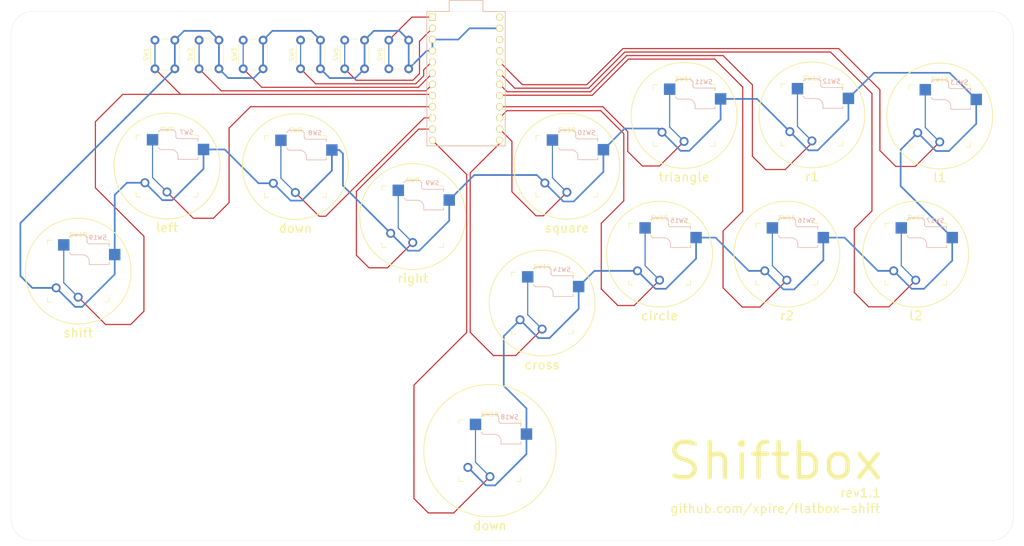
<source format=kicad_pcb>
(kicad_pcb (version 20211014) (generator pcbnew)
  (layers (0 "F.Cu" signal) (31 "B.Cu" signal) (34 "B.Paste" user) (35 "F.Paste" user) (36 "B.SilkS" user "B.Silkscreen") (37 "F.SilkS" user "F.Silkscreen") (38 "B.Mask" user) (39 "F.Mask" user) (44 "Edge.Cuts" user))
  (net 0 "")
  (net 1 "GND")
  (net 2 "LEFT")
  (net 3 "DOWN")
  (net 4 "RIGHT")
  (net 5 "UP")
  (net 6 "L1")
  (net 7 "R1")
  (net 8 "TRIANGLE")
  (net 9 "SQUARE")
  (net 10 "CIRCLE")
  (net 11 "CROSS")
  (net 12 "R2")
  (net 13 "L2")
  (net 17 "OPT1")
  (net 18 "OPT2")
  (net 19 "OPT3")
  (net 20 "OPT4")
  (net 21 "OPT5")
  (net 22 "OPT6")
  (footprint "Kailh:Kailh_socket_PG1350_optional" (layer "F.Cu") (at 87.32 65.17)
    (fp_text reference "SW8" (at 0 -8.255) (layer "F.SilkS"))
    (fp_text value "SW_Push")
    (fp_text user "${REFERENCE}" (at 4.445 -7.62) (layer "B.SilkS") (effects (justify mirror)))
    (pad "" np_thru_hole circle locked (at 0 0) (size 3.429 3.429) (drill 3.429) (layers *.Cu *.Mask))
    (pad "" np_thru_hole circle locked (at 5.5 0) (size 1.7018 1.7018) (drill 1.7018) (layers *.Cu *.Mask))
    (pad "" np_thru_hole circle locked (at 0 -5.95) (size 3 3) (drill 3) (layers *.Cu *.Mask))
    (pad "" np_thru_hole circle locked (at 5 -3.75) (size 3 3) (drill 3) (layers *.Cu *.Mask))
    (pad "" np_thru_hole circle locked (at -5.5 0) (size 1.7018 1.7018) (drill 1.7018) (layers *.Cu *.Mask))
    (pad "1" smd rect locked (at -3.275 -5.95) (size 2.6 2.6) (layers "B.Cu" "B.Paste" "B.Mask") (net 3 "DOWN"))
    (pad "1" thru_hole circle locked (at 0 5.9) (size 2.032 2.032) (drill 1.27) (layers *.Cu *.Mask) (net 3 "DOWN"))
    (pad "2" thru_hole circle locked (at -5 3.8) (size 2.032 2.032) (drill 1.27) (layers *.Cu *.Mask) (net 1 "GND"))
    (pad "2" smd rect locked (at 8.275 -3.75) (size 2.6 2.6) (layers "B.Cu" "B.Paste" "B.Mask") (net 1 "GND"))
  )
  (footprint "Kailh:Kailh_socket_PG1350_optional" (layer "F.Cu") (at 113.92 76.52)
    (fp_text reference "SW9" (at 0 -8.255) (layer "F.SilkS"))
    (fp_text value "SW_Push")
    (fp_text user "${REFERENCE}" (at 4.445 -7.62) (layer "B.SilkS") (effects (justify mirror)))
    (pad "" np_thru_hole circle locked (at 5 -3.75) (size 3 3) (drill 3) (layers *.Cu *.Mask))
    (pad "" np_thru_hole circle locked (at 0 0) (size 3.429 3.429) (drill 3.429) (layers *.Cu *.Mask))
    (pad "" np_thru_hole circle locked (at -5.5 0) (size 1.7018 1.7018) (drill 1.7018) (layers *.Cu *.Mask))
    (pad "" np_thru_hole circle locked (at 0 -5.95) (size 3 3) (drill 3) (layers *.Cu *.Mask))
    (pad "" np_thru_hole circle locked (at 5.5 0) (size 1.7018 1.7018) (drill 1.7018) (layers *.Cu *.Mask))
    (pad "1" thru_hole circle locked (at 0 5.9) (size 2.032 2.032) (drill 1.27) (layers *.Cu *.Mask) (net 4 "RIGHT"))
    (pad "1" smd rect locked (at -3.275 -5.95) (size 2.6 2.6) (layers "B.Cu" "B.Paste" "B.Mask") (net 4 "RIGHT"))
    (pad "2" thru_hole circle locked (at -5 3.8) (size 2.032 2.032) (drill 1.27) (layers *.Cu *.Mask) (net 1 "GND"))
    (pad "2" smd rect locked (at 8.275 -3.75) (size 2.6 2.6) (layers "B.Cu" "B.Paste" "B.Mask") (net 1 "GND"))
  )
  (footprint "Kailh:Kailh_socket_PG1350_optional" (layer "F.Cu") (at 131.42 129.62)
    (fp_text reference "SW18" (at 0 -8.255) (layer "F.SilkS"))
    (fp_text value "SW_Push")
    (fp_text user "${REFERENCE}" (at 4.445 -7.62) (layer "B.SilkS") (effects (justify mirror)))
    (pad "" np_thru_hole circle locked (at 0 0) (size 3.429 3.429) (drill 3.429) (layers *.Cu *.Mask))
    (pad "" np_thru_hole circle locked (at 5 -3.75) (size 3 3) (drill 3) (layers *.Cu *.Mask))
    (pad "" np_thru_hole circle locked (at -5.5 0) (size 1.7018 1.7018) (drill 1.7018) (layers *.Cu *.Mask))
    (pad "" np_thru_hole circle locked (at 5.5 0) (size 1.7018 1.7018) (drill 1.7018) (layers *.Cu *.Mask))
    (pad "" np_thru_hole circle locked (at 0 -5.95) (size 3 3) (drill 3) (layers *.Cu *.Mask))
    (pad "1" smd rect locked (at -3.275 -5.95) (size 2.6 2.6) (layers "B.Cu" "B.Paste" "B.Mask") (net 5 "UP"))
    (pad "1" thru_hole circle locked (at 0 5.9) (size 2.032 2.032) (drill 1.27) (layers *.Cu *.Mask) (net 5 "UP"))
    (pad "2" smd rect locked (at 8.275 -3.75) (size 2.6 2.6) (layers "B.Cu" "B.Paste" "B.Mask") (net 1 "GND"))
    (pad "2" thru_hole circle locked (at -5 3.8) (size 2.032 2.032) (drill 1.27) (layers *.Cu *.Mask) (net 1 "GND"))
  )
  (footprint "Kailh:Kailh_socket_PG1350_optional" (layer "F.Cu") (at 148.86 65.11)
    (fp_text reference "SW10" (at 0 -8.255) (layer "F.SilkS"))
    (fp_text value "SW_Push")
    (fp_text user "${REFERENCE}" (at 4.445 -7.62) (layer "B.SilkS") (effects (justify mirror)))
    (pad "" np_thru_hole circle locked (at -5.5 0) (size 1.7018 1.7018) (drill 1.7018) (layers *.Cu *.Mask))
    (pad "" np_thru_hole circle locked (at 5.5 0) (size 1.7018 1.7018) (drill 1.7018) (layers *.Cu *.Mask))
    (pad "" np_thru_hole circle locked (at 0 0) (size 3.429 3.429) (drill 3.429) (layers *.Cu *.Mask))
    (pad "" np_thru_hole circle locked (at 0 -5.95) (size 3 3) (drill 3) (layers *.Cu *.Mask))
    (pad "" np_thru_hole circle locked (at 5 -3.75) (size 3 3) (drill 3) (layers *.Cu *.Mask))
    (pad "1" thru_hole circle locked (at 0 5.9) (size 2.032 2.032) (drill 1.27) (layers *.Cu *.Mask) (net 9 "SQUARE"))
    (pad "1" smd rect locked (at -3.275 -5.95) (size 2.6 2.6) (layers "B.Cu" "B.Paste" "B.Mask") (net 9 "SQUARE"))
    (pad "2" thru_hole circle locked (at -5 3.8) (size 2.032 2.032) (drill 1.27) (layers *.Cu *.Mask) (net 1 "GND"))
    (pad "2" smd rect locked (at 8.275 -3.75) (size 2.6 2.6) (layers "B.Cu" "B.Paste" "B.Mask") (net 1 "GND"))
  )
  (footprint "Kailh:Kailh_socket_PG1350_optional" (layer "F.Cu") (at 175.42 53.58)
    (fp_text reference "SW11" (at 0 -8.255) (layer "F.SilkS"))
    (fp_text value "SW_Push")
    (fp_text user "${REFERENCE}" (at 4.445 -7.62) (layer "B.SilkS") (effects (justify mirror)))
    (pad "" np_thru_hole circle locked (at 5.5 0) (size 1.7018 1.7018) (drill 1.7018) (layers *.Cu *.Mask))
    (pad "" np_thru_hole circle locked (at -5.5 0) (size 1.7018 1.7018) (drill 1.7018) (layers *.Cu *.Mask))
    (pad "" np_thru_hole circle locked (at 0 -5.95) (size 3 3) (drill 3) (layers *.Cu *.Mask))
    (pad "" np_thru_hole circle locked (at 0 0) (size 3.429 3.429) (drill 3.429) (layers *.Cu *.Mask))
    (pad "" np_thru_hole circle locked (at 5 -3.75) (size 3 3) (drill 3) (layers *.Cu *.Mask))
    (pad "1" smd rect locked (at -3.275 -5.95) (size 2.6 2.6) (layers "B.Cu" "B.Paste" "B.Mask") (net 8 "TRIANGLE"))
    (pad "1" thru_hole circle locked (at 0 5.9) (size 2.032 2.032) (drill 1.27) (layers *.Cu *.Mask) (net 8 "TRIANGLE"))
    (pad "2" smd rect locked (at 8.275 -3.75) (size 2.6 2.6) (layers "B.Cu" "B.Paste" "B.Mask") (net 1 "GND"))
    (pad "2" thru_hole circle locked (at -5 3.8) (size 2.032 2.032) (drill 1.27) (layers *.Cu *.Mask) (net 1 "GND"))
  )
  (footprint "Kailh:Kailh_socket_PG1350_optional" (layer "F.Cu") (at 204.39 53.46)
    (fp_text reference "SW12" (at 0 -8.255) (layer "F.SilkS"))
    (fp_text value "SW_Push")
    (fp_text user "${REFERENCE}" (at 4.445 -7.62) (layer "B.SilkS") (effects (justify mirror)))
    (pad "" np_thru_hole circle locked (at 0 -5.95) (size 3 3) (drill 3) (layers *.Cu *.Mask))
    (pad "" np_thru_hole circle locked (at 5.5 0) (size 1.7018 1.7018) (drill 1.7018) (layers *.Cu *.Mask))
    (pad "" np_thru_hole circle locked (at 0 0) (size 3.429 3.429) (drill 3.429) (layers *.Cu *.Mask))
    (pad "" np_thru_hole circle locked (at -5.5 0) (size 1.7018 1.7018) (drill 1.7018) (layers *.Cu *.Mask))
    (pad "" np_thru_hole circle locked (at 5 -3.75) (size 3 3) (drill 3) (layers *.Cu *.Mask))
    (pad "1" thru_hole circle locked (at 0 5.9) (size 2.032 2.032) (drill 1.27) (layers *.Cu *.Mask) (net 7 "R1"))
    (pad "1" smd rect locked (at -3.275 -5.95) (size 2.6 2.6) (layers "B.Cu" "B.Paste" "B.Mask") (net 7 "R1"))
    (pad "2" thru_hole circle locked (at -5 3.8) (size 2.032 2.032) (drill 1.27) (layers *.Cu *.Mask) (net 1 "GND"))
    (pad "2" smd rect locked (at 8.275 -3.75) (size 2.6 2.6) (layers "B.Cu" "B.Paste" "B.Mask") (net 1 "GND"))
  )
  (footprint "Kailh:Kailh_socket_PG1350_optional" (layer "F.Cu") (at 233.36 53.7)
    (fp_text reference "SW13" (at 0 -8.255) (layer "F.SilkS"))
    (fp_text value "SW_Push")
    (fp_text user "${REFERENCE}" (at 4.445 -7.62) (layer "B.SilkS") (effects (justify mirror)))
    (pad "" np_thru_hole circle locked (at 5 -3.75) (size 3 3) (drill 3) (layers *.Cu *.Mask))
    (pad "" np_thru_hole circle locked (at 0 -5.95) (size 3 3) (drill 3) (layers *.Cu *.Mask))
    (pad "" np_thru_hole circle locked (at -5.5 0) (size 1.7018 1.7018) (drill 1.7018) (layers *.Cu *.Mask))
    (pad "" np_thru_hole circle locked (at 5.5 0) (size 1.7018 1.7018) (drill 1.7018) (layers *.Cu *.Mask))
    (pad "" np_thru_hole circle locked (at 0 0) (size 3.429 3.429) (drill 3.429) (layers *.Cu *.Mask))
    (pad "1" thru_hole circle locked (at 0 5.9) (size 2.032 2.032) (drill 1.27) (layers *.Cu *.Mask) (net 6 "L1"))
    (pad "1" smd rect locked (at -3.275 -5.95) (size 2.6 2.6) (layers "B.Cu" "B.Paste" "B.Mask") (net 6 "L1"))
    (pad "2" thru_hole circle locked (at -5 3.8) (size 2.032 2.032) (drill 1.27) (layers *.Cu *.Mask) (net 1 "GND"))
    (pad "2" smd rect locked (at 8.275 -3.75) (size 2.6 2.6) (layers "B.Cu" "B.Paste" "B.Mask") (net 1 "GND"))
  )
  (footprint "Kailh:Kailh_socket_PG1350_optional" (layer "F.Cu") (at 143.25 96.15)
    (fp_text reference "SW14" (at 0 -8.255) (layer "F.SilkS"))
    (fp_text value "SW_Push")
    (fp_text user "${REFERENCE}" (at 4.445 -7.62) (layer "B.SilkS") (effects (justify mirror)))
    (pad "" np_thru_hole circle locked (at 0 -5.95) (size 3 3) (drill 3) (layers *.Cu *.Mask))
    (pad "" np_thru_hole circle locked (at 5 -3.75) (size 3 3) (drill 3) (layers *.Cu *.Mask))
    (pad "" np_thru_hole circle locked (at 0 0) (size 3.429 3.429) (drill 3.429) (layers *.Cu *.Mask))
    (pad "" np_thru_hole circle locked (at -5.5 0) (size 1.7018 1.7018) (drill 1.7018) (layers *.Cu *.Mask))
    (pad "" np_thru_hole circle locked (at 5.5 0) (size 1.7018 1.7018) (drill 1.7018) (layers *.Cu *.Mask))
    (pad "1" smd rect locked (at -3.275 -5.95) (size 2.6 2.6) (layers "B.Cu" "B.Paste" "B.Mask") (net 11 "CROSS"))
    (pad "1" thru_hole circle locked (at 0 5.9) (size 2.032 2.032) (drill 1.27) (layers *.Cu *.Mask) (net 11 "CROSS"))
    (pad "2" thru_hole circle locked (at -5 3.8) (size 2.032 2.032) (drill 1.27) (layers *.Cu *.Mask) (net 1 "GND"))
    (pad "2" smd rect locked (at 8.275 -3.75) (size 2.6 2.6) (layers "B.Cu" "B.Paste" "B.Mask") (net 1 "GND"))
  )
  (footprint "Kailh:Kailh_socket_PG1350_optional" (layer "F.Cu") (at 169.86 85.04)
    (fp_text reference "SW15" (at 0 -8.255) (layer "F.SilkS"))
    (fp_text value "SW_Push")
    (fp_text user "${REFERENCE}" (at 4.445 -7.62) (layer "B.SilkS") (effects (justify mirror)))
    (pad "" np_thru_hole circle locked (at 0 0) (size 3.429 3.429) (drill 3.429) (layers *.Cu *.Mask))
    (pad "" np_thru_hole circle locked (at 5.5 0) (size 1.7018 1.7018) (drill 1.7018) (layers *.Cu *.Mask))
    (pad "" np_thru_hole circle locked (at -5.5 0) (size 1.7018 1.7018) (drill 1.7018) (layers *.Cu *.Mask))
    (pad "" np_thru_hole circle locked (at 5 -3.75) (size 3 3) (drill 3) (layers *.Cu *.Mask))
    (pad "" np_thru_hole circle locked (at 0 -5.95) (size 3 3) (drill 3) (layers *.Cu *.Mask))
    (pad "1" thru_hole circle locked (at 0 5.9) (size 2.032 2.032) (drill 1.27) (layers *.Cu *.Mask) (net 10 "CIRCLE"))
    (pad "1" smd rect locked (at -3.275 -5.95) (size 2.6 2.6) (layers "B.Cu" "B.Paste" "B.Mask") (net 10 "CIRCLE"))
    (pad "2" smd rect locked (at 8.275 -3.75) (size 2.6 2.6) (layers "B.Cu" "B.Paste" "B.Mask") (net 1 "GND"))
    (pad "2" thru_hole circle locked (at -5 3.8) (size 2.032 2.032) (drill 1.27) (layers *.Cu *.Mask) (net 1 "GND"))
  )
  (footprint "Kailh:Kailh_socket_PG1350_optional" (layer "F.Cu") (at 198.71 85.04)
    (fp_text reference "SW16" (at 0 -8.255) (layer "F.SilkS"))
    (fp_text value "SW_Push")
    (fp_text user "${REFERENCE}" (at 4.445 -7.62) (layer "B.SilkS") (effects (justify mirror)))
    (pad "" np_thru_hole circle locked (at 0 0) (size 3.429 3.429) (drill 3.429) (layers *.Cu *.Mask))
    (pad "" np_thru_hole circle locked (at 0 -5.95) (size 3 3) (drill 3) (layers *.Cu *.Mask))
    (pad "" np_thru_hole circle locked (at -5.5 0) (size 1.7018 1.7018) (drill 1.7018) (layers *.Cu *.Mask))
    (pad "" np_thru_hole circle locked (at 5 -3.75) (size 3 3) (drill 3) (layers *.Cu *.Mask))
    (pad "" np_thru_hole circle locked (at 5.5 0) (size 1.7018 1.7018) (drill 1.7018) (layers *.Cu *.Mask))
    (pad "1" thru_hole circle locked (at 0 5.9) (size 2.032 2.032) (drill 1.27) (layers *.Cu *.Mask) (net 12 "R2"))
    (pad "1" smd rect locked (at -3.275 -5.95) (size 2.6 2.6) (layers "B.Cu" "B.Paste" "B.Mask") (net 12 "R2"))
    (pad "2" smd rect locked (at 8.275 -3.75) (size 2.6 2.6) (layers "B.Cu" "B.Paste" "B.Mask") (net 1 "GND"))
    (pad "2" thru_hole circle locked (at -5 3.8) (size 2.032 2.032) (drill 1.27) (layers *.Cu *.Mask) (net 1 "GND"))
  )
  (footprint "Kailh:Kailh_socket_PG1350_optional" (layer "F.Cu") (at 227.92 85.04)
    (fp_text reference "SW17" (at 0 -8.255) (layer "F.SilkS"))
    (fp_text value "SW_Push")
    (fp_text user "${REFERENCE}" (at 4.445 -7.62) (layer "B.SilkS") (effects (justify mirror)))
    (pad "" np_thru_hole circle locked (at -5.5 0) (size 1.7018 1.7018) (drill 1.7018) (layers *.Cu *.Mask))
    (pad "" np_thru_hole circle locked (at 5 -3.75) (size 3 3) (drill 3) (layers *.Cu *.Mask))
    (pad "" np_thru_hole circle locked (at 0 0) (size 3.429 3.429) (drill 3.429) (layers *.Cu *.Mask))
    (pad "" np_thru_hole circle locked (at 5.5 0) (size 1.7018 1.7018) (drill 1.7018) (layers *.Cu *.Mask))
    (pad "" np_thru_hole circle locked (at 0 -5.95) (size 3 3) (drill 3) (layers *.Cu *.Mask))
    (pad "1" smd rect locked (at -3.275 -5.95) (size 2.6 2.6) (layers "B.Cu" "B.Paste" "B.Mask") (net 13 "L2"))
    (pad "1" thru_hole circle locked (at 0 5.9) (size 2.032 2.032) (drill 1.27) (layers *.Cu *.Mask) (net 13 "L2"))
    (pad "2" smd rect locked (at 8.275 -3.75) (size 2.6 2.6) (layers "B.Cu" "B.Paste" "B.Mask") (net 1 "GND"))
    (pad "2" thru_hole circle locked (at -5 3.8) (size 2.032 2.032) (drill 1.27) (layers *.Cu *.Mask) (net 1 "GND"))
  )
  (footprint "MountingHole:MountingHole_6.4mm_M6" (layer "F.Cu") (at 29.86 37)
    (fp_text reference "REF**" hide)
    (fp_text value "MountingHole_6.4mm_M6")
    (pad "" np_thru_hole circle locked (at 0 0) (size 6.4 6.4) (drill 6.4) (layers *.Cu *.Mask))
  )
  (footprint "MountingHole:MountingHole_6.4mm_M6" (layer "F.Cu") (at 29.86 143)
    (fp_text reference "REF**" hide)
    (fp_text value "MountingHole_6.4mm_M6")
    (pad "" np_thru_hole circle locked (at 0 0) (size 6.4 6.4) (drill 6.4) (layers *.Cu *.Mask))
  )
  (footprint "MountingHole:MountingHole_6.4mm_M6" (layer "F.Cu") (at 243 143)
    (fp_text reference "REF**" hide)
    (fp_text value "MountingHole_6.4mm_M6")
    (pad "" np_thru_hole circle locked (at 0 0) (size 6.4 6.4) (drill 6.4) (layers *.Cu *.Mask))
  )
  (footprint "MountingHole:MountingHole_6.4mm_M6" (layer "F.Cu") (at 243 37)
    (fp_text reference "REF**" hide)
    (fp_text value "MountingHole_6.4mm_M6")
    (pad "" np_thru_hole circle locked (at 0 0) (size 6.4 6.4) (drill 6.4) (layers *.Cu *.Mask))
  )
  (footprint "Kailh:Kailh_socket_PG1350_optional" (layer "F.Cu") (at 58.225 65.05)
    (fp_text reference "SW7" (at 0 -8.255) (layer "F.SilkS"))
    (fp_text value "SW_Push")
    (fp_text user "${REFERENCE}" (at 4.445 -7.62) (layer "B.SilkS") (effects (justify mirror)))
    (pad "" np_thru_hole circle locked (at -5.5 0) (size 1.7018 1.7018) (drill 1.7018) (layers *.Cu *.Mask))
    (pad "" np_thru_hole circle locked (at 5.5 0) (size 1.7018 1.7018) (drill 1.7018) (layers *.Cu *.Mask))
    (pad "" np_thru_hole circle locked (at 5 -3.75) (size 3 3) (drill 3) (layers *.Cu *.Mask))
    (pad "" np_thru_hole circle locked (at 0 0) (size 3.429 3.429) (drill 3.429) (layers *.Cu *.Mask))
    (pad "" np_thru_hole circle locked (at 0 -5.95) (size 3 3) (drill 3) (layers *.Cu *.Mask))
    (pad "1" thru_hole circle locked (at 0 5.9) (size 2.032 2.032) (drill 1.27) (layers *.Cu *.Mask) (net 2 "LEFT"))
    (pad "1" smd rect locked (at -3.275 -5.95) (size 2.6 2.6) (layers "B.Cu" "B.Paste" "B.Mask") (net 2 "LEFT"))
    (pad "2" thru_hole circle locked (at -5 3.8) (size 2.032 2.032) (drill 1.27) (layers *.Cu *.Mask) (net 1 "GND"))
    (pad "2" smd rect locked (at 8.275 -3.75) (size 2.6 2.6) (layers "B.Cu" "B.Paste" "B.Mask") (net 1 "GND"))
  )
  (footprint "MountingHole:MountingHole_6.4mm_M6" (layer "F.Cu") (at 150 37)
    (fp_text reference "REF**" hide)
    (fp_text value "MountingHole_6.4mm_M6")
    (pad "" np_thru_hole circle locked (at 0 0) (size 6.4 6.4) (drill 6.4) (layers *.Cu *.Mask))
  )
  (footprint "Button_Switch_THT:SW_PUSH_6mm_H5mm" (layer "F.Cu") (at 88.5 43 90)
    (fp_text reference "SW4" (at 3.25 -2 90) (layer "F.SilkS"))
    (fp_text value "SW_Push")
    (pad "1" thru_hole circle locked (at 6.5 0 180) (size 2 2) (drill 1.1) (layers *.Cu *.Mask) (net 20 "OPT4"))
    (pad "1" thru_hole circle locked (at 0 0 180) (size 2 2) (drill 1.1) (layers *.Cu *.Mask) (net 20 "OPT4"))
    (pad "2" thru_hole circle locked (at 6.5 4.5 180) (size 2 2) (drill 1.1) (layers *.Cu *.Mask) (net 1 "GND"))
    (pad "2" thru_hole circle locked (at 0 4.5 180) (size 2 2) (drill 1.1) (layers *.Cu *.Mask) (net 1 "GND"))
  )
  (footprint "Button_Switch_THT:SW_PUSH_6mm_H5mm" (layer "F.Cu") (at 65.5 43 90)
    (fp_text reference "SW2" (at 3.25 -2 90) (layer "F.SilkS"))
    (fp_text value "SW_Push")
    (pad "1" thru_hole circle locked (at 0 0 180) (size 2 2) (drill 1.1) (layers *.Cu *.Mask) (net 18 "OPT2"))
    (pad "1" thru_hole circle locked (at 6.5 0 180) (size 2 2) (drill 1.1) (layers *.Cu *.Mask) (net 18 "OPT2"))
    (pad "2" thru_hole circle locked (at 6.5 4.5 180) (size 2 2) (drill 1.1) (layers *.Cu *.Mask) (net 1 "GND"))
    (pad "2" thru_hole circle locked (at 0 4.5 180) (size 2 2) (drill 1.1) (layers *.Cu *.Mask) (net 1 "GND"))
  )
  (footprint "Button_Switch_THT:SW_PUSH_6mm_H5mm" (layer "F.Cu") (at 98.5 43 90)
    (fp_text reference "SW5" (at 3.25 -2 90) (layer "F.SilkS"))
    (fp_text value "SW_Push")
    (pad "1" thru_hole circle locked (at 0 0 180) (size 2 2) (drill 1.1) (layers *.Cu *.Mask) (net 21 "OPT5"))
    (pad "1" thru_hole circle locked (at 6.5 0 180) (size 2 2) (drill 1.1) (layers *.Cu *.Mask) (net 21 "OPT5"))
    (pad "2" thru_hole circle locked (at 6.5 4.5 180) (size 2 2) (drill 1.1) (layers *.Cu *.Mask) (net 1 "GND"))
    (pad "2" thru_hole circle locked (at 0 4.5 180) (size 2 2) (drill 1.1) (layers *.Cu *.Mask) (net 1 "GND"))
  )
  (footprint "Button_Switch_THT:SW_PUSH_6mm_H5mm" (layer "F.Cu") (at 55.5 43 90)
    (fp_text reference "SW1" (at 3.25 -2 90) (layer "F.SilkS"))
    (fp_text value "SW_Push")
    (pad "1" thru_hole circle locked (at 6.5 0 180) (size 2 2) (drill 1.1) (layers *.Cu *.Mask) (net 17 "OPT1"))
    (pad "1" thru_hole circle locked (at 0 0 180) (size 2 2) (drill 1.1) (layers *.Cu *.Mask) (net 17 "OPT1"))
    (pad "2" thru_hole circle locked (at 0 4.5 180) (size 2 2) (drill 1.1) (layers *.Cu *.Mask) (net 1 "GND"))
    (pad "2" thru_hole circle locked (at 6.5 4.5 180) (size 2 2) (drill 1.1) (layers *.Cu *.Mask) (net 1 "GND"))
  )
  (footprint "Button_Switch_THT:SW_PUSH_6mm_H5mm" (layer "F.Cu") (at 75.5 43 90)
    (fp_text reference "SW3" (at 3.25 -2 90) (layer "F.SilkS"))
    (fp_text value "SW_Push")
    (pad "1" thru_hole circle locked (at 6.5 0 180) (size 2 2) (drill 1.1) (layers *.Cu *.Mask) (net 19 "OPT3"))
    (pad "1" thru_hole circle locked (at 0 0 180) (size 2 2) (drill 1.1) (layers *.Cu *.Mask) (net 19 "OPT3"))
    (pad "2" thru_hole circle locked (at 6.5 4.5 180) (size 2 2) (drill 1.1) (layers *.Cu *.Mask) (net 1 "GND"))
    (pad "2" thru_hole circle locked (at 0 4.5 180) (size 2 2) (drill 1.1) (layers *.Cu *.Mask) (net 1 "GND"))
  )
  (footprint "Button_Switch_THT:SW_PUSH_6mm_H5mm" (layer "F.Cu") (at 108.5 43 90)
    (fp_text reference "SW6" (at 3.25 -2 90) (layer "F.SilkS"))
    (fp_text value "SW_Push")
    (pad "1" thru_hole circle locked (at 6.5 0 180) (size 2 2) (drill 1.1) (layers *.Cu *.Mask) (net 22 "OPT6"))
    (pad "1" thru_hole circle locked (at 0 0 180) (size 2 2) (drill 1.1) (layers *.Cu *.Mask) (net 22 "OPT6"))
    (pad "2" thru_hole circle locked (at 6.5 4.5 180) (size 2 2) (drill 1.1) (layers *.Cu *.Mask) (net 1 "GND"))
    (pad "2" thru_hole circle locked (at 0 4.5 180) (size 2 2) (drill 1.1) (layers *.Cu *.Mask) (net 1 "GND"))
  )
  (footprint "MountingHole:MountingHole_6.4mm_M6" (layer "F.Cu") (at 133.5 78)
    (fp_text reference "REF**" hide)
    (fp_text value "MountingHole_6.4mm_M6")
    (pad "" np_thru_hole circle locked (at 0 0) (size 6.4 6.4) (drill 6.4) (layers *.Cu *.Mask))
  )
  (footprint "MountingHole:MountingHole_6.4mm_M6" (layer "F.Cu") (at 150 143)
    (fp_text reference "REF**" hide)
    (fp_text value "MountingHole_6.4mm_M6")
    (pad "" np_thru_hole circle locked (at 0 0) (size 6.4 6.4) (drill 6.4) (layers *.Cu *.Mask))
  )
  (footprint "ProMicro:ProMicro" (layer "F.Cu") (at 126 45.25 -90)
    (fp_text reference "U1" hide)
    (fp_text value "ProMicro")
    (pad "1" thru_hole rect locked (at -13.97 7.62 270) (size 1.6 1.6) (drill 1.1) (layers *.Cu *.Mask "F.SilkS") (net 22 "OPT6"))
    (pad "2" thru_hole circle locked (at -11.43 7.62 270) (size 1.6 1.6) (drill 1.1) (layers *.Cu *.Mask "F.SilkS") (net 21 "OPT5"))
    (pad "3" thru_hole circle locked (at -8.89 7.62 270) (size 1.6 1.6) (drill 1.1) (layers *.Cu *.Mask "F.SilkS") (net 1 "GND"))
    (pad "4" thru_hole circle locked (at -6.35 7.62 270) (size 1.6 1.6) (drill 1.1) (layers *.Cu *.Mask "F.SilkS") (net 1 "GND"))
    (pad "5" thru_hole circle locked (at -3.81 7.62 270) (size 1.6 1.6) (drill 1.1) (layers *.Cu *.Mask "F.SilkS") (net 20 "OPT4"))
    (pad "6" thru_hole circle locked (at -1.27 7.62 270) (size 1.6 1.6) (drill 1.1) (layers *.Cu *.Mask "F.SilkS") (net 19 "OPT3"))
    (pad "7" thru_hole circle locked (at 1.27 7.62 270) (size 1.6 1.6) (drill 1.1) (layers *.Cu *.Mask "F.SilkS") (net 18 "OPT2"))
    (pad "8" thru_hole circle locked (at 3.81 7.62 270) (size 1.6 1.6) (drill 1.1) (layers *.Cu *.Mask "F.SilkS") (net 17 "OPT1"))
    (pad "9" thru_hole circle locked (at 6.35 7.62 270) (size 1.6 1.6) (drill 1.1) (layers *.Cu *.Mask "F.SilkS") (net 2 "LEFT"))
    (pad "10" thru_hole circle locked (at 8.89 7.62 270) (size 1.6 1.6) (drill 1.1) (layers *.Cu *.Mask "F.SilkS") (net 3 "DOWN"))
    (pad "11" thru_hole circle locked (at 11.43 7.62 270) (size 1.6 1.6) (drill 1.1) (layers *.Cu *.Mask "F.SilkS") (net 4 "RIGHT"))
    (pad "12" thru_hole circle locked (at 13.97 7.62 270) (size 1.6 1.6) (drill 1.1) (layers *.Cu *.Mask "F.SilkS") (net 5 "UP"))
    (pad "13" thru_hole circle locked (at 13.97 -7.62 270) (size 1.6 1.6) (drill 1.1) (layers *.Cu *.Mask "F.SilkS") (net 11 "CROSS"))
    (pad "14" thru_hole circle locked (at 11.43 -7.62 270) (size 1.6 1.6) (drill 1.1) (layers *.Cu *.Mask "F.SilkS") (net 9 "SQUARE"))
    (pad "15" thru_hole circle locked (at 8.89 -7.62 270) (size 1.6 1.6) (drill 1.1) (layers *.Cu *.Mask "F.SilkS") (net 10 "CIRCLE"))
    (pad "16" thru_hole circle locked (at 6.35 -7.62 270) (size 1.6 1.6) (drill 1.1) (layers *.Cu *.Mask "F.SilkS") (net 8 "TRIANGLE"))
    (pad "17" thru_hole circle locked (at 3.81 -7.62 270) (size 1.6 1.6) (drill 1.1) (layers *.Cu *.Mask "F.SilkS") (net 12 "R2"))
    (pad "18" thru_hole circle locked (at 1.27 -7.62 270) (size 1.6 1.6) (drill 1.1) (layers *.Cu *.Mask "F.SilkS") (net 7 "R1"))
    (pad "19" thru_hole circle locked (at -1.27 -7.62 270) (size 1.6 1.6) (drill 1.1) (layers *.Cu *.Mask "F.SilkS") (net 13 "L2"))
    (pad "20" thru_hole circle locked (at -3.81 -7.62 270) (size 1.6 1.6) (drill 1.1) (layers *.Cu *.Mask "F.SilkS") (net 6 "L1"))
    (pad "21" thru_hole circle locked (at -6.35 -7.62 270) (size 1.6 1.6) (drill 1.1) (layers *.Cu *.Mask "F.SilkS"))
    (pad "22" thru_hole circle locked (at -8.89 -7.62 270) (size 1.6 1.6) (drill 1.1) (layers *.Cu *.Mask "F.SilkS"))
    (pad "23" thru_hole circle locked (at -11.43 -7.62 270) (size 1.6 1.6) (drill 1.1) (layers *.Cu *.Mask "F.SilkS") (net 1 "GND"))
    (pad "24" thru_hole circle locked (at -13.97 -7.62 270) (size 1.6 1.6) (drill 1.1) (layers *.Cu *.Mask "F.SilkS"))
  )
  (footprint "Kailh:Kailh_socket_PG1350_optional" (layer "F.Cu") (at 38.1 88.9)
    (fp_text reference "SW19" (at 0 -8.255) (layer "F.SilkS"))
    (fp_text value "SW_Push")
    (fp_text user "${REFERENCE}" (at 4.445 -7.62) (layer "B.SilkS") (effects (justify mirror)))
    (pad "" np_thru_hole circle locked (at 0 0) (size 3.429 3.429) (drill 3.429) (layers *.Cu *.Mask))
    (pad "" np_thru_hole circle locked (at -5.5 0) (size 1.7018 1.7018) (drill 1.7018) (layers *.Cu *.Mask))
    (pad "" np_thru_hole circle locked (at 5.5 0) (size 1.7018 1.7018) (drill 1.7018) (layers *.Cu *.Mask))
    (pad "" np_thru_hole circle locked (at 0 -5.95) (size 3 3) (drill 3) (layers *.Cu *.Mask))
    (pad "" np_thru_hole circle locked (at 5 -3.75) (size 3 3) (drill 3) (layers *.Cu *.Mask))
    (pad "1" smd rect locked (at -3.275 -5.95) (size 2.6 2.6) (layers "B.Cu" "B.Paste" "B.Mask") (net 17 "OPT1"))
    (pad "1" thru_hole circle locked (at 0 5.9) (size 2.032 2.032) (drill 1.27) (layers *.Cu *.Mask) (net 17 "OPT1"))
    (pad "2" thru_hole circle locked (at -5 3.8) (size 2.032 2.032) (drill 1.27) (layers *.Cu *.Mask) (net 1 "GND"))
    (pad "2" smd rect locked (at 8.275 -3.75) (size 2.6 2.6) (layers "B.Cu" "B.Paste" "B.Mask") (net 1 "GND"))
  )
  (gr_circle (center 169.86 85.04) (end 181.86 85.04) (layer "F.SilkS") (width 0.2) (fill none))
  (gr_circle (center 113.92 76.52) (end 125.92 76.52) (layer "F.SilkS") (width 0.2) (fill none))
  (gr_circle (center 131.42 129.62) (end 146.42 129.62) (layer "F.SilkS") (width 0.2) (fill none))
  (gr_circle (center 204.39 53.46) (end 216.39 53.46) (layer "F.SilkS") (width 0.2) (fill none))
  (gr_circle (center 148.86 65.11) (end 160.86 65.11) (layer "F.SilkS") (width 0.2) (fill none))
  (gr_circle (center 233.36 53.7) (end 245.36 53.7) (layer "F.SilkS") (width 0.2) (fill none))
  (gr_circle (center 143.25 96.15) (end 155.25 96.15) (layer "F.SilkS") (width 0.2) (fill none))
  (gr_circle (center 87.32 65.17) (end 99.32 65.17) (layer "F.SilkS") (width 0.2) (fill none))
  (gr_circle (center 38.1 88.9) (end 50.1 88.9) (layer "F.SilkS") (width 0.2) (fill none))
  (gr_circle (center 227.92 85.04) (end 239.92 85.04) (layer "F.SilkS") (width 0.2) (fill none))
  (gr_circle (center 58.225 65.05) (end 70.225 65.05) (layer "F.SilkS") (width 0.2) (fill none))
  (gr_circle (center 175.42 53.58) (end 187.42 53.58) (layer "F.SilkS") (width 0.2) (fill none))
  (gr_circle (center 198.71 85.04) (end 210.71 85.04) (layer "F.SilkS") (width 0.2) (fill none))
  (gr_line (start 250 35) (end 250 145) (layer "Edge.Cuts") (width 0.05))
  (gr_line (start 245 150) (end 27.86 150) (layer "Edge.Cuts") (width 0.05))
  (gr_line (start 22.86 145) (end 22.86 35) (layer "Edge.Cuts") (width 0.05))
  (gr_line (start 27.86 30) (end 245 30) (layer "Edge.Cuts") (width 0.05))
  (gr_arc (start 27.86 150) (mid 24.324466 148.535534) (end 22.86 145) (layer "Edge.Cuts") (width 0.05))
  (gr_arc (start 250 145) (mid 248.535534 148.535534) (end 245 150) (layer "Edge.Cuts") (width 0.05))
  (gr_arc (start 245 30) (mid 248.535534 31.464466) (end 250 35) (layer "Edge.Cuts") (width 0.05))
  (gr_arc (start 22.86 35) (mid 24.324466 31.464466) (end 27.86 30) (layer "Edge.Cuts") (width 0.05))
  (gr_text "circle" (at 169.86 99.04) (layer "F.SilkS") (effects (font (size 2 2) (thickness 0.3))))
  (gr_text "cross" (at 143.25 110.15) (layer "F.SilkS") (effects (font (size 2 2) (thickness 0.3))))
  (gr_text "down" (at 131.42 146.62) (layer "F.SilkS") (effects (font (size 2 2) (thickness 0.3))))
  (gr_text "l1" (at 233.36 67.7) (layer "F.SilkS") (effects (font (size 2 2) (thickness 0.3))))
  (gr_text "github.com/xpire/flatbox-shift" (at 196.088 142.748) (layer "F.SilkS") (effects (font (size 2 2) (thickness 0.3))))
  (gr_text "down" (at 87.32 79.17) (layer "F.SilkS") (effects (font (size 2 2) (thickness 0.3))))
  (gr_text "r2" (at 198.71 99.04) (layer "F.SilkS") (effects (font (size 2 2) (thickness 0.3))))
  (gr_text "right" (at 113.92 90.52) (layer "F.SilkS") (effects (font (size 2 2) (thickness 0.3))))
  (gr_text "left" (at 58.225 79.05) (layer "F.SilkS") (effects (font (size 2 2) (thickness 0.3))))
  (gr_text "shift" (at 38.1 102.9) (layer "F.SilkS") (effects (font (size 2 2) (thickness 0.3))))
  (gr_text "rev1.1" (at 215.392 139.192) (layer "F.SilkS") (effects (font (size 2 2) (thickness 0.3))))
  (gr_text "triangle" (at 175.42 67.58) (layer "F.SilkS") (effects (font (size 2 2) (thickness 0.3))))
  (gr_text "Shiftbox" (at 196.088 132) (layer "F.SilkS") (effects (font (size 8 8) (thickness 1))))
  (gr_text "square" (at 148.86 79.11) (layer "F.SilkS") (effects (font (size 2 2) (thickness 0.3))))
  (gr_text "l2" (at 227.92 99.04) (layer "F.SilkS") (effects (font (size 2 2) (thickness 0.3))))
  (gr_text "r1" (at 204.39 67.46) (layer "F.SilkS") (effects (font (size 2 2) (thickness 0.3))))
  (segment (start 229.8 92.9) (end 236.195 86.505) (width 0.381) (layer "B.Cu") (net 1))
  (segment (start 70 36.5) (end 70 43) (width 0.381) (layer "B.Cu") (net 1))
  (segment (start 228.36 57.5) (end 224.5 61.36) (width 0.381) (layer "B.Cu") (net 1))
  (segment (start 27.7 92.7) (end 25 90) (width 0.381) (layer "B.Cu") (net 1))
  (segment (start 157.135 61.36) (end 161.945 56.55) (width 0.381) (layer "B.Cu") (net 1))
  (segment (start 103 36.5) (end 103 43) (width 0.381) (layer "B.Cu") (net 1))
  (segment (start 95.595 66.105) (end 95.595 61.42) (width 0.381) (layer "B.Cu") (net 1))
  (segment (start 235.585 43.9) (end 241.635 49.95) (width 0.381) (layer "B.Cu") (net 1))
  (segment (start 100.9 45.1) (end 95.1 45.1) (width 0.381) (layer "B.Cu") (net 1))
  (segment (start 103 43) (end 100.9 45.1) (width 0.381) (layer "B.Cu") (net 1))
  (segment (start 110.9 34.4) (end 105.1 34.4) (width 0.381) (layer "B.Cu") (net 1))
  (segment (start 72.1 45.1) (end 70 43) (width 0.381) (layer "B.Cu") (net 1))
  (segment (start 222.92 88.84) (end 219.34 88.84) (width 0.381) (layer "B.Cu") (net 1))
  (segment (start 176.6 61.6) (end 183.695 54.505) (width 0.381) (layer "B.Cu") (net 1))
  (segment (start 49.15 68.85) (end 46.375 71.625) (width 0.381) (layer "B.Cu") (net 1))
  (segment (start 219.34 88.84) (end 211.79 81.29) (width 0.381) (layer "B.Cu") (net 1))
  (segment (start 59.4 72.8) (end 66.5 65.7) (width 0.381) (layer "B.Cu") (net 1))
  (segment (start 130.5 137.5) (end 132.6 137.5) (width 0.381) (layer "B.Cu") (net 1))
  (segment (start 232.51 61.65) (end 235.45 61.65) (width 0.381) (layer "B.Cu") (net 1))
  (segment (start 25 90) (end 25 78) (width 0.381) (layer "B.Cu") (net 1))
  (segment (start 169.59 56.55) (end 170.42 57.38) (width 0.381) (layer "B.Cu") (net 1))
  (segment (start 122.195 72.77) (end 127.865 67.1) (width 0.381) (layer "B.Cu") (net 1))
  (segment (start 33.1 92.7) (end 27.7 92.7) (width 0.381) (layer "B.Cu") (net 1))
  (segment (start 126.78 33.82) (end 133.62 33.82) (width 0.381) (layer "B.Cu") (net 1))
  (segment (start 57.175 72.8) (end 59.4 72.8) (width 0.381) (layer "B.Cu") (net 1))
  (segment (start 98.1 62.25) (end 98.1 69.5) (width 0.381) (layer "B.Cu") (net 1))
  (segment (start 171.3 92.9) (end 178.135 86.065) (width 0.381) (layer "B.Cu") (net 1))
  (segment (start 143.86 68.91) (end 148.05 73.1) (width 0.381) (layer "B.Cu") (net 1))
  (segment (start 138.25 99.95) (end 142.4 104.1) (width 0.381) (layer "B.Cu") (net 1))
  (segment (start 66.5 61.3) (end 71.3 61.3) (width 0.381) (layer "B.Cu") (net 1))
  (segment (start 182.54 81.29) (end 178.135 81.29) (width 0.381) (layer "B.Cu") (net 1))
  (segment (start 142.05 67.1) (end 143.86 68.91) (width 0.381) (layer "B.Cu") (net 1))
  (segment (start 113 36.5) (end 113 43) (width 0.381) (layer "B.Cu") (net 1))
  (segment (start 82.32 68.97) (end 86.25 72.9) (width 0.381) (layer "B.Cu") (net 1))
  (segment (start 108.92 80.32) (end 112.85 84.25) (width 0.381) (layer "B.Cu") (net 1))
  (segment (start 118.38 36.36) (end 118.38 38.9) (width 0.381) (layer "B.Cu") (net 1))
  (segment (start 124.24 36.36) (end 126.78 33.82) (width 0.381) (layer "B.Cu") (net 1))
  (segment (start 134.55 103.65) (end 134.55 114.9) (width 0.381) (layer "B.Cu") (net 1))
  (segment (start 98.1 69.5) (end 108.92 80.32) (width 0.381) (layer "B.Cu") (net 1))
  (segment (start 80 36.5) (end 80 43) (width 0.381) (layer "B.Cu") (net 1))
  (segment (start 37.4 97) (end 33.1 92.7) (width 0.381) (layer "B.Cu") (net 1))
  (segment (start 105.1 34.4) (end 103 36.5) (width 0.381) (layer "B.Cu") (net 1))
  (segment (start 178.135 86.065) (end 178.135 81.29) (width 0.381) (layer "B.Cu") (net 1))
  (segment (start 139.695 130.405) (end 139.695 125.87) (width 0.381) (layer "B.Cu") (net 1))
  (segment (start 138.25 99.95) (end 134.55 103.65) (width 0.381) (layer "B.Cu") (net 1))
  (segment (start 67.9 34.4) (end 62.1 34.4) (width 0.381) (layer "B.Cu") (net 1))
  (segment (start 203.63 61.5) (end 205.7 61.5) (width 0.381) (layer "B.Cu") (net 1))
  (segment (start 148.05 73.1) (end 150.4 73.1) (width 0.381) (layer "B.Cu") (net 1))
  (segment (start 150.4 73.1) (end 157.135 66.365) (width 0.381) (layer "B.Cu") (net 1))
  (segment (start 193.71 88.84) (end 190.09 88.84) (width 0.381) (layer "B.Cu") (net 1))
  (segment (start 168.92 92.9) (end 171.3 92.9) (width 0.381) (layer "B.Cu") (net 1))
  (segment (start 80 43) (end 77.9 45.1) (width 0.381) (layer "B.Cu") (net 1))
  (segment (start 174.64 61.6) (end 176.6 61.6) (width 0.381) (layer "B.Cu") (net 1))
  (segment (start 86.25 72.9) (end 88.8 72.9) (width 0.381) (layer "B.Cu") (net 1))
  (segment (start 126.42 133.42) (end 130.5 137.5) (width 0.381) (layer "B.Cu") (net 1))
  (segment (start 118.38 36.36) (end 124.24 36.36) (width 0.381) (layer "B.Cu") (net 1))
  (segment (start 190.09 88.84) (end 182.54 81.29) (width 0.381) (layer "B.Cu") (net 1))
  (segment (start 224.5 61.36) (end 224.5 69.595) (width 0.381) (layer "B.Cu") (net 1))
  (segment (start 93 36.5) (end 90.9 34.4) (width 0.381) (layer "B.Cu") (net 1))
  (segment (start 115.4 84.25) (end 122.195 77.455) (width 0.381) (layer "B.Cu") (net 1))
  (segment (start 127.865 67.1) (end 142.05 67.1) (width 0.381) (layer "B.Cu") (net 1))
  (segment (start 212.665 54.535) (end 212.665 49.71) (width 0.381) (layer "B.Cu") (net 1))
  (segment (start 161.945 56.55) (end 169.59 56.55) (width 0.381) (layer "B.Cu") (net 1))
  (segment (start 211.79 81.29) (end 206.985 81.29) (width 0.381) (layer "B.Cu") (net 1))
  (segment (start 82.1 34.4) (end 80 36.5) (width 0.381) (layer "B.Cu") (net 1))
  (segment (start 62.1 34.4) (end 60 36.5) (width 0.381) (layer "B.Cu") (net 1))
  (segment (start 134.55 114.9) (end 139.695 120.045) (width 0.381) (layer "B.Cu") (net 1))
  (segment (start 77.9 45.1) (end 72.1 45.1) (width 0.381) (layer "B.Cu") (net 1))
  (segment (start 95.1 45.1) (end 93 43) (width 0.381) (layer "B.Cu") (net 1))
  (segment (start 25 78) (end 60 43) (width 0.381) (layer "B.Cu") (net 1))
  (segment (start 228.36 57.5) (end 232.51 61.65) (width 0.381) (layer "B.Cu") (net 1))
  (segment (start 71.3 61.3) (end 78.97 68.97) (width 0.381) (layer "B.Cu") (net 1))
  (segment (start 144.9 104.1) (end 151.525 97.475) (width 0.381) (layer "B.Cu") (net 1))
  (segment (start 196.831401 54.701401) (end 199.39 57.26) (width 0.381) (layer "B.Cu") (net 1))
  (segment (start 200.35 93.05) (end 206.985 86.415) (width 0.381) (layer "B.Cu") (net 1))
  (segment (start 193.71 88.84) (end 197.92 93.05) (width 0.381) (layer "B.Cu") (net 1))
  (segment (start 88.8 72.9) (end 95.595 66.105) (width 0.381) (layer "B.Cu") (net 1))
  (segment (start 39 97) (end 37.4 97) (width 0.381) (layer "B.Cu") (net 1))
  (segment (start 155.085 88.84) (end 151.525 92.4) (width 0.381) (layer "B.Cu") (net 1))
  (segment (start 157.135 66.365) (end 157.135 61.36) (width 0.381) (layer "B.Cu") (net 1))
  (segment (start 236.195 86.505) (end 236.195 81.29) (width 0.381) (layer "B.Cu") (net 1))
  (segment (start 241.635 55.465) (end 241.635 49.95) (width 0.381) (layer "B.Cu") (net 1))
  (segment (start 118.38 38.9) (end 117.1 38.9) (width 0.381) (layer "B.Cu") (net 1))
  (segment (start 70 36.5) (end 67.9 34.4) (width 0.381) (layer "B.Cu") (net 1))
  (segment (start 191.96 49.83) (end 196.831401 54.701401) (width 0.381) (layer "B.Cu") (net 1))
  (segment (start 122.195 77.455) (end 122.195 72.77) (width 0.381) (layer "B.Cu") (net 1))
  (segment (start 53.225 68.85) (end 49.15 68.85) (width 0.381) (layer "B.Cu") (net 1))
  (segment (start 183.695 54.505) (end 183.695 49.83) (width 0.381) (layer "B.Cu") (net 1))
  (segment (start 164.86 88.84) (end 168.92 92.9) (width 0.381) (layer "B.Cu") (net 1))
  (segment (start 60 36.5) (end 60 43) (width 0.381) (layer "B.Cu") (net 1))
  (segment (start 226.98 92.9) (end 229.8 92.9) (width 0.381) (layer "B.Cu") (net 1))
  (segment (start 78.97 68.97) (end 82.32 68.97) (width 0.381) (layer "B.Cu") (net 1))
  (segment (start 151.525 97.475) (end 151.525 92.4) (width 0.381) (layer "B.Cu") (net 1))
  (segment (start 212.665 49.71) (end 218.475 43.9) (width 0.381) (layer "B.Cu") (net 1))
  (segment (start 46.375 85.15) (end 46.375 89.625) (width 0.381) (layer "B.Cu") (net 1))
  (segment (start 46.375 71.625) (end 46.375 85.15) (width 0.381) (layer "B.Cu") (net 1))
  (segment (start 218.475 43.9) (end 235.585 43.9) (width 0.381) (layer "B.Cu") (net 1))
  (segment (start 113 36.5) (end 110.9 34.4) (width 0.381) (layer "B.Cu") (net 1))
  (segment (start 164.86 88.84) (end 155.085 88.84) (width 0.381) (layer "B.Cu") (net 1))
  (segment (start 183.695 49.83) (end 191.96 49.83) (width 0.381) (layer "B.Cu") (net 1))
  (segment (start 97.27 61.42) (end 98.1 62.25) (width 0.381) (layer "B.Cu") (net 1))
  (segment (start 222.92 88.84) (end 226.98 92.9) (width 0.381) (layer "B.Cu") (net 1))
  (segment (start 90.9 34.4) (end 82.1 34.4) (width 0.381) (layer "B.Cu") (net 1))
  (segment (start 95.595 61.42) (end 97.27 61.42) (width 0.381) (layer "B.Cu") (net 1))
  (segment (start 197.92 93.05) (end 200.35 93.05) (width 0.381) (layer "B.Cu") (net 1))
  (segment (start 205.7 61.5) (end 212.665 54.535) (width 0.381) (layer "B.Cu") (net 1))
  (segment (start 53.225 68.85) (end 57.175 72.8) (width 0.381) (layer "B.Cu") (net 1))
  (segment (start 132.6 137.5) (end 139.695 130.405) (width 0.381) (layer "B.Cu") (net 1))
  (segment (start 206.985 86.415) (end 206.985 81.29) (width 0.381) (layer "B.Cu") (net 1))
  (segment (start 139.695 120.045) (end 139.695 125.87) (width 0.381) (layer "B.Cu") (net 1))
  (segment (start 93 36.5) (end 93 43) (width 0.381) (layer "B.Cu") (net 1))
  (segment (start 224.5 69.595) (end 236.195 81.29) (width 0.381) (layer "B.Cu") (net 1))
  (segment (start 66.5 65.7) (end 66.5 61.3) (width 0.381) (layer "B.Cu") (net 1))
  (segment (start 142.4 104.1) (end 144.9 104.1) (width 0.381) (layer "B.Cu") (net 1))
  (segment (start 112.85 84.25) (end 115.4 84.25) (width 0.381) (layer "B.Cu") (net 1))
  (segment (start 235.45 61.65) (end 241.635 55.465) (width 0.381) (layer "B.Cu") (net 1))
  (segment (start 170.42 57.38) (end 174.64 61.6) (width 0.381) (layer "B.Cu") (net 1))
  (segment (start 117.1 38.9) (end 113 43) (width 0.381) (layer "B.Cu") (net 1))
  (segment (start 46.375 89.625) (end 39 97) (width 0.381) (layer "B.Cu") (net 1))
  (segment (start 199.39 57.26) (end 203.63 61.5) (width 0.381) (layer "B.Cu") (net 1))
  (segment (start 77.15 51.6) (end 72.3 56.45) (width 0.254) (layer "F.Cu") (net 2))
  (segment (start 64.175 76.9) (end 58.225 70.95) (width 0.254) (layer "F.Cu") (net 2))
  (segment (start 72.3 56.45) (end 72.3 73.35) (width 0.254) (layer "F.Cu") (net 2))
  (segment (start 72.3 73.35) (end 68.75 76.9) (width 0.254) (layer "F.Cu") (net 2))
  (segment (start 68.75 76.9) (end 64.175 76.9) (width 0.254) (layer "F.Cu") (net 2))
  (segment (start 118.38 51.6) (end 77.15 51.6) (width 0.254) (layer "F.Cu") (net 2))
  (segment (start 54.95 59.1) (end 54.95 67.675) (width 0.254) (layer "B.Cu") (net 2))
  (segment (start 54.95 67.675) (end 58.225 70.95) (width 0.254) (layer "B.Cu") (net 2))
  (segment (start 94.2 76.45) (end 92.7 76.45) (width 0.254) (layer "F.Cu") (net 3))
  (segment (start 116.51 54.14) (end 94.2 76.45) (width 0.254) (layer "F.Cu") (net 3))
  (segment (start 118.38 54.14) (end 116.51 54.14) (width 0.254) (layer "F.Cu") (net 3))
  (segment (start 92.7 76.45) (end 87.32 71.07) (width 0.254) (layer "F.Cu") (net 3))
  (segment (start 84.045 67.795) (end 87.32 71.07) (width 0.254) (layer "B.Cu") (net 3))
  (segment (start 84.045 59.22) (end 84.045 67.795) (width 0.254) (layer "B.Cu") (net 3))
  (segment (start 108.19 88.15) (end 113.92 82.42) (width 0.254) (layer "F.Cu") (net 4))
  (segment (start 101.15 70.8) (end 101.15 85.3) (width 0.254) (layer "F.Cu") (net 4))
  (segment (start 101.15 85.3) (end 104 88.15) (width 0.254) (layer "F.Cu") (net 4))
  (segment (start 118.38 56.68) (end 115.27 56.68) (width 0.254) (layer "F.Cu") (net 4))
  (segment (start 104 88.15) (end 108.19 88.15) (width 0.254) (layer "F.Cu") (net 4))
  (segment (start 115.27 56.68) (end 101.15 70.8) (width 0.254) (layer "F.Cu") (net 4))
  (segment (start 110.645 79.145) (end 113.92 82.42) (width 0.254) (layer "B.Cu") (net 4))
  (segment (start 110.645 70.57) (end 110.645 79.145) (width 0.254) (layer "B.Cu") (net 4))
  (segment (start 114.2 140.5) (end 117.45 143.75) (width 0.254) (layer "F.Cu") (net 5))
  (segment (start 117.45 143.75) (end 123.19 143.75) (width 0.254) (layer "F.Cu") (net 5))
  (segment (start 123.19 143.75) (end 131.42 135.52) (width 0.254) (layer "F.Cu") (net 5))
  (segment (start 126.14599 102.80401) (end 114.2 114.75) (width 0.254) (layer "F.Cu") (net 5))
  (segment (start 114.2 114.75) (end 114.2 140.5) (width 0.254) (layer "F.Cu") (net 5))
  (segment (start 118.38 59.22) (end 126.14599 66.98599) (width 0.254) (layer "F.Cu") (net 5))
  (segment (start 126.14599 66.98599) (end 126.14599 102.80401) (width 0.254) (layer "F.Cu") (net 5))
  (segment (start 128.145 132.245) (end 131.42 135.52) (width 0.254) (layer "B.Cu") (net 5))
  (segment (start 128.145 123.67) (end 128.145 132.245) (width 0.254) (layer "B.Cu") (net 5))
  (segment (start 153.375 46.6) (end 161.575 38.4) (width 0.254) (layer "F.Cu") (net 6))
  (segment (start 219.8 47.75) (end 219.8 61.55) (width 0.254) (layer "F.Cu") (net 6))
  (segment (start 219.8 61.55) (end 223.4 65.15) (width 0.254) (layer "F.Cu") (net 6))
  (segment (start 161.575 38.4) (end 210.45 38.4) (width 0.254) (layer "F.Cu") (net 6))
  (segment (start 227.81 65.15) (end 233.36 59.6) (width 0.254) (layer "F.Cu") (net 6))
  (segment (start 210.45 38.4) (end 219.8 47.75) (width 0.254) (layer "F.Cu") (net 6))
  (segment (start 223.4 65.15) (end 227.81 65.15) (width 0.254) (layer "F.Cu") (net 6))
  (segment (start 138.78 46.6) (end 153.375 46.6) (width 0.254) (layer "F.Cu") (net 6))
  (segment (start 133.62 41.44) (end 138.78 46.6) (width 0.254) (layer "F.Cu") (net 6))
  (segment (start 230.085 56.325) (end 233.36 59.6) (width 0.254) (layer "B.Cu") (net 6))
  (segment (start 230.085 47.75) (end 230.085 56.325) (width 0.254) (layer "B.Cu") (net 6))
  (segment (start 193.9 65.85) (end 198.35 65.85) (width 0.254) (layer "F.Cu") (net 7))
  (segment (start 198.35 65.85) (end 204.39 59.81) (width 0.254) (layer "F.Cu") (net 7))
  (segment (start 184.25 40) (end 190.9 46.65) (width 0.254) (layer "F.Cu") (net 7))
  (segment (start 154.2 48.2) (end 162.4 40) (width 0.254) (layer "F.Cu") (net 7))
  (segment (start 190.9 46.65) (end 190.9 62.85) (width 0.254) (layer "F.Cu") (net 7))
  (segment (start 133.62 46.52) (end 135.3 48.2) (width 0.254) (layer "F.Cu") (net 7))
  (segment (start 162.4 40) (end 184.25 40) (width 0.254) (layer "F.Cu") (net 7))
  (segment (start 204.39 59.81) (end 204.39 59.36) (width 0.254) (layer "F.Cu") (net 7))
  (segment (start 135.3 48.2) (end 154.2 48.2) (width 0.254) (layer "F.Cu") (net 7))
  (segment (start 190.9 62.85) (end 193.9 65.85) (width 0.254) (layer "F.Cu") (net 7))
  (segment (start 201.115 47.51) (end 201.115 56.085) (width 0.254) (layer "B.Cu") (net 7))
  (segment (start 201.115 56.085) (end 204.39 59.36) (width 0.254) (layer "B.Cu") (net 7))
  (segment (start 157 51.6) (end 162.65 57.25) (width 0.254) (layer "F.Cu") (net 8))
  (segment (start 162.65 61.75) (end 165.95 65.05) (width 0.254) (layer "F.Cu") (net 8))
  (segment (start 169.85 65.05) (end 175.42 59.48) (width 0.254) (layer "F.Cu") (net 8))
  (segment (start 165.95 65.05) (end 169.85 65.05) (width 0.254) (layer "F.Cu") (net 8))
  (segment (start 133.62 51.6) (end 157 51.6) (width 0.254) (layer "F.Cu") (net 8))
  (segment (start 162.65 57.25) (end 162.65 61.75) (width 0.254) (layer "F.Cu") (net 8))
  (segment (start 172.145 56.205) (end 175.42 59.48) (width 0.254) (layer "B.Cu") (net 8))
  (segment (start 172.145 47.63) (end 172.145 56.205) (width 0.254) (layer "B.Cu") (net 8))
  (segment (start 133.62 56.68) (end 136.4 59.46) (width 0.254) (layer "F.Cu") (net 9))
  (segment (start 136.4 59.46) (end 136.4 70.9) (width 0.254) (layer "F.Cu") (net 9))
  (segment (start 136.4 70.9) (end 141.85 76.35) (width 0.254) (layer "F.Cu") (net 9))
  (segment (start 143.52 76.35) (end 148.86 71.01) (width 0.254) (layer "F.Cu") (net 9))
  (segment (start 141.85 76.35) (end 143.52 76.35) (width 0.254) (layer "F.Cu") (net 9))
  (segment (start 145.585 67.735) (end 148.86 71.01) (width 0.254) (layer "B.Cu") (net 9))
  (segment (start 145.585 59.16) (end 145.585 67.735) (width 0.254) (layer "B.Cu") (net 9))
  (segment (start 161.75 57.725) (end 161.75 72.95) (width 0.254) (layer "F.Cu") (net 10))
  (segment (start 156.525 52.5) (end 161.75 57.725) (width 0.254) (layer "F.Cu") (net 10))
  (segment (start 135.26 52.5) (end 156.525 52.5) (width 0.254) (layer "F.Cu") (net 10))
  (segment (start 164.1 96.7) (end 169.86 90.94) (width 0.254) (layer "F.Cu") (net 10))
  (segment (start 160.4 96.7) (end 164.1 96.7) (width 0.254) (layer "F.Cu") (net 10))
  (segment (start 133.62 54.14) (end 135.26 52.5) (width 0.254) (layer "F.Cu") (net 10))
  (segment (start 156.65 92.95) (end 160.4 96.7) (width 0.254) (layer "F.Cu") (net 10))
  (segment (start 161.75 72.95) (end 156.65 78.05) (width 0.254) (layer "F.Cu") (net 10))
  (segment (start 156.65 78.05) (end 156.65 92.95) (width 0.254) (layer "F.Cu") (net 10))
  (segment (start 166.585 87.665) (end 169.86 90.94) (width 0.254) (layer "B.Cu") (net 10))
  (segment (start 166.585 79.09) (end 166.585 87.665) (width 0.254) (layer "B.Cu") (net 10))
  (segment (start 126.95 66.6) (end 126.95 102.8) (width 0.254) (layer "F.Cu") (net 11))
  (segment (start 133.62 59.93) (end 126.95 66.6) (width 0.254) (layer "F.Cu") (net 11))
  (segment (start 133.62 59.22) (end 133.62 59.93) (width 0.254) (layer "F.Cu") (net 11))
  (segment (start 137.25 108.05) (end 143.25 102.05) (width 0.254) (layer "F.Cu") (net 11))
  (segment (start 126.95 102.8) (end 132.2 108.05) (width 0.254) (layer "F.Cu") (net 11))
  (segment (start 132.2 108.05) (end 137.25 108.05) (width 0.254) (layer "F.Cu") (net 11))
  (segment (start 139.975 98.775) (end 143.25 102.05) (width 0.254) (layer "B.Cu") (net 11))
  (segment (start 139.975 90.2) (end 139.975 98.775) (width 0.254) (layer "B.Cu") (net 11))
  (segment (start 133.62 49.06) (end 133.68 49) (width 0.254) (layer "F.Cu") (net 12))
  (segment (start 162.8 40.8) (end 182.35 40.8) (width 0.254) (layer "F.Cu") (net 12))
  (segment (start 188.6 97.05) (end 192.6 97.05) (width 0.254) (layer "F.Cu") (net 12))
  (segment (start 182.35 40.8) (end 188.7 47.15) (width 0.254) (layer "F.Cu") (net 12))
  (segment (start 192.6 97.05) (end 198.71 90.94) (width 0.254) (layer "F.Cu") (net 12))
  (segment (start 184.25 79.8) (end 184.25 92.7) (width 0.254) (layer "F.Cu") (net 12))
  (segment (start 133.68 49) (end 154.6 49) (width 0.254) (layer "F.Cu") (net 12))
  (segment (start 188.7 47.15) (end 188.7 75.35) (width 0.254) (layer "F.Cu") (net 12))
  (segment (start 188.7 75.35) (end 184.25 79.8) (width 0.254) (layer "F.Cu") (net 12))
  (segment (start 154.6 49) (end 162.8 40.8) (width 0.254) (layer "F.Cu") (net 12))
  (segment (start 184.25 92.7) (end 188.6 97.05) (width 0.254) (layer "F.Cu") (net 12))
  (segment (start 195.435 87.665) (end 198.71 90.94) (width 0.254) (layer "B.Cu") (net 12))
  (segment (start 195.435 79.09) (end 195.435 87.665) (width 0.254) (layer "B.Cu") (net 12))
  (segment (start 218 48.6) (end 218 75.25) (width 0.254) (layer "F.Cu") (net 13))
  (segment (start 218 75.25) (end 214 79.25) (width 0.254) (layer "F.Cu") (net 13))
  (segment (start 153.8 47.4) (end 162 39.2) (width 0.254) (layer "F.Cu") (net 13))
  (segment (start 162 39.2) (end 208.6 39.2) (width 0.254) (layer "F.Cu") (net 13))
  (segment (start 208.6 39.2) (end 218 48.6) (width 0.254) (layer "F.Cu") (net 13))
  (segment (start 214 79.25) (end 214 93.75) (width 0.254) (layer "F.Cu") (net 13))
  (segment (start 217.25 97) (end 221.86 97) (width 0.254) (layer "F.Cu") (net 13))
  (segment (start 137.04 47.4) (end 153.8 47.4) (width 0.254) (layer "F.Cu") (net 13))
  (segment (start 133.62 43.98) (end 137.04 47.4) (width 0.254) (layer "F.Cu") (net 13))
  (segment (start 221.86 97) (end 227.92 90.94) (width 0.254) (layer "F.Cu") (net 13))
  (segment (start 214 93.75) (end 217.25 97) (width 0.254) (layer "F.Cu") (net 13))
  (segment (start 224.645 87.665) (end 227.92 90.94) (width 0.254) (layer "B.Cu") (net 13))
  (segment (start 224.645 79.09) (end 224.645 87.665) (width 0.254) (layer "B.Cu") (net 13))
  (segment (start 53 81) (end 42 70) (width 0.254) (layer "F.Cu") (net 17))
  (segment (start 118.38 49.06) (end 118.12 48.8) (width 0.254) (layer "F.Cu") (net 17))
  (segment (start 48.2 48.8) (end 61.3 48.8) (width 0.254) (layer "F.Cu") (net 17))
  (segment (start 42 70) (end 42 55) (width 0.254) (layer "F.Cu") (net 17))
  (segment (start 38.1 94.8) (end 44.3 101) (width 0.254) (layer "F.Cu") (net 17))
  (segment (start 118.12 48.8) (end 61.3 48.8) (width 0.254) (layer "F.Cu") (net 17))
  (segment (start 42 55) (end 48.2 48.8) (width 0.254) (layer "F.Cu") (net 17))
  (segment (start 44.3 101) (end 50 101) (width 0.254) (layer "F.Cu") (net 17))
  (segment (start 53 98) (end 53 81) (width 0.254) (layer "F.Cu") (net 17))
  (segment (start 61.3 48.8) (end 55.5 43) (width 0.254) (layer "F.Cu") (net 17))
  (segment (start 50 101) (end 53 98) (width 0.254) (layer "F.Cu") (net 17))
  (segment (start 38.1 94.8) (end 34.825 91.525) (width 0.254) (layer "B.Cu") (net 17))
  (segment (start 55.5 43) (end 55.5 36.5) (width 0.254) (layer "B.Cu") (net 17))
  (segment (start 34.825 91.525) (end 34.825 82.95) (width 0.254) (layer "B.Cu") (net 17))
  (segment (start 66.499999 43.999999) (end 65.5 43) (width 0.254) (layer "F.Cu") (net 18))
  (segment (start 118.38 46.52) (end 116.9 48) (width 0.254) (layer "F.Cu") (net 18))
  (segment (start 70.5 48) (end 66.499999 43.999999) (width 0.254) (layer "F.Cu") (net 18))
  (segment (start 116.9 48) (end 70.5 48) (width 0.254) (layer "F.Cu") (net 18))
  (segment (start 65.5 43) (end 65.5 36.5) (width 0.254) (layer "B.Cu") (net 18))
  (segment (start 118.38 44.02) (end 115.2 47.2) (width 0.254) (layer "F.Cu") (net 19))
  (segment (start 79.7 47.2) (end 76.499999 43.999999) (width 0.254) (layer "F.Cu") (net 19))
  (segment (start 118.38 43.98) (end 118.38 44.02) (width 0.254) (layer "F.Cu") (net 19))
  (segment (start 115.2 47.2) (end 79.7 47.2) (width 0.254) (layer "F.Cu") (net 19))
  (segment (start 76.499999 43.999999) (end 75.5 43) (width 0.254) (layer "F.Cu") (net 19))
  (segment (start 75.5 43) (end 75.5 36.5) (width 0.254) (layer "B.Cu") (net 19))
  (segment (start 118.38 41.44) (end 118.21 41.44) (width 0.254) (layer "F.Cu") (net 20))
  (segment (start 91.9 46.4) (end 88.5 43) (width 0.254) (layer "F.Cu") (net 20))
  (segment (start 114.6 46.4) (end 91.9 46.4) (width 0.254) (layer "F.Cu") (net 20))
  (segment (start 118.21 41.44) (end 116.4 43.25) (width 0.254) (layer "F.Cu") (net 20))
  (segment (start 116.4 44.6) (end 114.6 46.4) (width 0.254) (layer "F.Cu") (net 20))
  (segment (start 116.4 43.25) (end 116.4 44.6) (width 0.254) (layer "F.Cu") (net 20))
  (segment (start 88.5 43) (end 88.5 36.5) (width 0.254) (layer "B.Cu") (net 20))
  (segment (start 101.1 45.6) (end 98.5 43) (width 0.254) (layer "F.Cu") (net 21))
  (segment (start 113.95 45.6) (end 101.1 45.6) (width 0.254) (layer "F.Cu") (net 21))
  (segment (start 115.45 36.75) (end 115.45 44.1) (width 0.254) (layer "F.Cu") (net 21))
  (segment (start 115.45 44.1) (end 113.95 45.6) (width 0.254) (layer "F.Cu") (net 21))
  (segment (start 118.38 33.82) (end 115.45 36.75) (width 0.254) (layer "F.Cu") (net 21))
  (segment (start 98.5 43) (end 98.5 36.5) (width 0.254) (layer "B.Cu") (net 21))
  (segment (start 113.72 31.28) (end 108.5 36.5) (width 0.254) (layer "F.Cu") (net 22))
  (segment (start 118.38 31.28) (end 113.72 31.28) (width 0.254) (layer "F.Cu") (net 22))
  (segment (start 108.5 43) (end 108.5 36.5) (width 0.254) (layer "B.Cu") (net 22))
)
</source>
